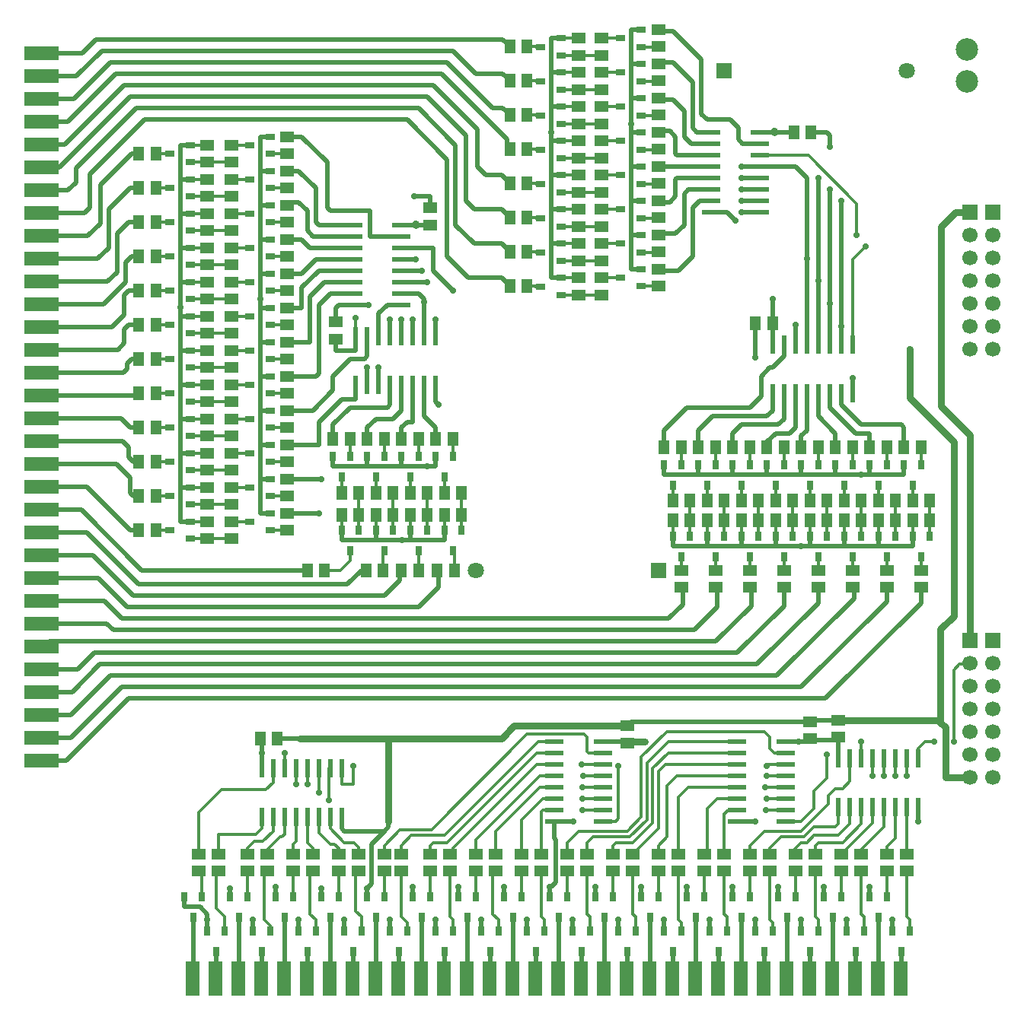
<source format=gbr>
G04 DipTrace 2.4.0.2*
%INTop.gbr*%
%MOMM*%
%ADD14C,0.5*%
%ADD15C,0.75*%
%ADD16C,0.35*%
%ADD17C,1.8*%
%ADD18R,1.8X1.8*%
%ADD19R,1.5X1.3*%
%ADD20R,1.3X1.5*%
%ADD21R,2.0X0.6*%
%ADD22R,0.6X2.0*%
%ADD24R,1.05X0.65*%
%ADD25R,0.65X1.05*%
%ADD26C,2.5*%
%ADD27R,2.0X1.5*%
%ADD28R,1.7X1.7*%
%ADD29C,1.7*%
%ADD30R,1.5X2.0*%
%ADD31C,0.7*%
%FSLAX53Y53*%
G04*
G71*
G90*
G75*
G01*
%LNTop*%
%LPD*%
X1825Y103878D2*
D14*
X5453D1*
X6999Y105424D1*
X52221D1*
X53017Y104628D1*
X1825Y30218D2*
X4161D1*
X8550Y34607D1*
X82694D1*
X91275Y43188D1*
Y44298D1*
X91120Y44453D1*
X1825Y27678D2*
X4161D1*
X9820Y33337D1*
X85393D1*
X94926Y42870D1*
Y44449D1*
X94930Y44453D1*
X38417Y72392D2*
Y74930D1*
X39370Y75883D1*
X40960D1*
X45724Y3890D2*
Y1859D1*
X45664Y1800D1*
X35564Y3890D2*
Y1859D1*
X35505Y1800D1*
X33024Y7700D2*
Y1859D1*
X32965Y1800D1*
X81284Y3890D2*
Y1859D1*
X81224Y1800D1*
X1825Y65778D2*
X11486D1*
X11750Y66043D1*
X1825Y68318D2*
X10031D1*
X10462Y68749D1*
Y69384D1*
X10939Y69861D1*
X11742D1*
X11750Y69853D1*
X1825Y70858D2*
X9396D1*
X10145Y71607D1*
Y73195D1*
X10621Y73671D1*
X11741D1*
X11750Y73663D1*
X1825Y73398D2*
X8760D1*
X10145Y74782D1*
Y77005D1*
X10621Y77482D1*
X11741D1*
X11750Y77472D1*
X1825Y75938D2*
X7808D1*
X10304Y78434D1*
Y80657D1*
X10939Y81292D1*
X11741D1*
X11750Y81282D1*
X1825Y78478D2*
X8284D1*
X9351Y79546D1*
Y83832D1*
X10621Y85102D1*
X11740D1*
X11750Y85093D1*
X1825Y81018D2*
X7172D1*
X8398Y82245D1*
Y86531D1*
X10780Y88913D1*
X11740D1*
X11750Y88902D1*
X1825Y83558D2*
X6060D1*
X7446Y84944D1*
Y89230D1*
X10939Y92723D1*
X11739D1*
X11750Y92712D1*
X1825Y86098D2*
X5742D1*
X6335Y86690D1*
Y90472D1*
X12383Y96520D1*
X41593D1*
X46026Y92086D1*
Y81292D1*
X48408Y78910D1*
X52065D1*
X53015Y77960D1*
X1825Y88638D2*
X3865D1*
X4763Y89535D1*
Y91123D1*
X11430Y97790D1*
X42863D1*
X46979Y93674D1*
Y84785D1*
X49043Y82721D1*
X52064D1*
X53017Y81768D1*
X1825Y91178D2*
X2913D1*
X10795Y99060D1*
X43815D1*
X48090Y94785D1*
Y87484D1*
X49043Y86531D1*
X52064D1*
X53017Y85578D1*
X1825Y93718D2*
X3519D1*
X10131Y100330D1*
X44450D1*
X49360Y95420D1*
Y91294D1*
X50313Y90342D1*
X52064D1*
X53017Y89388D1*
X1825Y96258D2*
X3865D1*
X9208Y101600D1*
X45403D1*
X52692Y94311D1*
Y93524D1*
X53017Y93198D1*
X1825Y98798D2*
X4500D1*
X8572Y102870D1*
X46037D1*
X51104Y97804D1*
X52222D1*
X53017Y97008D1*
X1825Y101338D2*
X4818D1*
X7620Y104140D1*
X46672D1*
X49198Y101614D1*
X52221D1*
X53017Y100818D1*
X1825Y63238D2*
X9782D1*
X10780Y62240D1*
X11743D1*
X11750Y62232D1*
X1825Y60698D2*
X9940D1*
X10621Y60017D1*
Y58906D1*
X11097Y58430D1*
X11743D1*
X11750Y58422D1*
X1825Y58158D2*
X9305D1*
X10780Y56683D1*
Y54937D1*
X11097Y54619D1*
X11743D1*
X11750Y54613D1*
X1825Y55618D2*
X5977D1*
X10792Y50803D1*
X11750D1*
X1825Y53078D2*
X5342D1*
X12065Y46355D1*
X30485D1*
X1825Y50538D2*
X5977D1*
X11748Y44768D1*
X34925D1*
X36512Y46355D1*
X36994D1*
X1825Y47998D2*
X6612D1*
X11112Y43498D1*
X39053D1*
X40799Y45244D1*
Y46196D1*
X40960Y46357D1*
X1825Y45458D2*
X7247D1*
X10477Y42227D1*
X42863D1*
X45085Y44450D1*
Y46196D1*
X44926Y46355D1*
X1825Y42918D2*
X7882D1*
X9843Y40958D1*
X70627D1*
X72223Y42553D1*
Y44300D1*
X72070Y44453D1*
X1825Y40378D2*
X8200D1*
X8890Y39688D1*
X73485D1*
X76033Y42235D1*
Y44299D1*
X75880Y44453D1*
X1825Y37838D2*
Y38417D1*
X75867D1*
X79843Y42394D1*
Y44299D1*
X79690Y44453D1*
X1825Y35298D2*
X4954D1*
X6803Y37148D1*
X78248D1*
X83495Y42394D1*
Y44448D1*
X83500Y44453D1*
X1825Y32758D2*
X4319D1*
X7439Y35877D1*
X80471D1*
X87305Y42712D1*
Y44448D1*
X87310Y44453D1*
X1825Y25138D2*
X3685D1*
X10614Y32068D1*
X88093D1*
X98737Y42712D1*
Y44449D1*
X98740Y44453D1*
X40960Y82233D2*
X44450D1*
Y79692D1*
X46672Y77470D1*
X78740Y86200D2*
X80805D1*
X84772Y71440D2*
Y73660D1*
X44768Y74295D2*
Y72392D1*
X43498D2*
Y76200D1*
Y76517D1*
X42863Y77153D1*
X40960D1*
X80805Y87470D2*
X78739D1*
X89853Y71440D2*
Y73507D1*
Y87470D1*
X39688Y72392D2*
Y74295D1*
X42545Y80962D2*
X40960D1*
X80805Y91280D2*
X78739D1*
X86043Y71440D2*
Y81087D1*
Y90011D1*
X84774Y91280D1*
X80805D1*
X42227Y72392D2*
Y74295D1*
X43815Y78422D2*
X40960D1*
X80805Y88740D2*
X78739D1*
X88582Y71440D2*
Y76033D1*
Y88740D1*
X40958Y72392D2*
Y74295D1*
X43180Y79692D2*
X40960D1*
X80805Y90010D2*
X78739D1*
X87312Y71440D2*
Y78581D1*
Y90010D1*
X58730Y105573D2*
D16*
X60635D1*
X58730Y101763D2*
X60635D1*
X58730Y97953D2*
X60635D1*
X58730Y94143D2*
X60635D1*
X58730Y90333D2*
X60635D1*
X58730Y86523D2*
X60635D1*
X58730Y82713D2*
X60635D1*
X58727Y78905D2*
X60632D1*
X17462Y93658D2*
X19367D1*
X17462Y63178D2*
X19367D1*
X71125Y50165D2*
Y51911D1*
X17462Y89848D2*
X19367D1*
X17462Y59367D2*
X19367D1*
X74935Y50165D2*
Y51911D1*
X17462Y86038D2*
X19367D1*
X17462Y55557D2*
X19367D1*
X78745Y50165D2*
Y51911D1*
X17462Y82227D2*
X19367D1*
Y82228D1*
X17462Y51747D2*
X19367D1*
X82555Y50165D2*
Y51911D1*
X17462Y78418D2*
X19367D1*
X34295Y50800D2*
Y52546D1*
X86365Y50165D2*
Y51911D1*
X17462Y74608D2*
X19367D1*
X38105Y50800D2*
Y52546D1*
X90175Y50165D2*
Y51911D1*
X17462Y70797D2*
X19367D1*
X41915Y50800D2*
Y52546D1*
X93985Y50165D2*
Y51911D1*
X17462Y66987D2*
X19367D1*
X45725Y50800D2*
Y52546D1*
X97795Y50165D2*
Y51911D1*
X17462Y51747D2*
D14*
X16351D1*
Y55558D1*
Y59367D1*
Y63178D1*
Y66987D1*
Y70797D1*
Y74608D1*
Y75614D1*
Y78418D1*
Y82228D1*
Y86038D1*
Y89789D1*
Y93663D1*
X17458D1*
X17462Y93658D1*
Y89848D2*
X16410D1*
X16351Y89789D1*
X17462Y86038D2*
X16351D1*
X17462Y82227D2*
X16351D1*
Y82228D1*
X17462Y78418D2*
X16351D1*
X17462Y74608D2*
X16351D1*
X17462Y70797D2*
X16351D1*
X17462Y66987D2*
X16351D1*
X17462Y63178D2*
X16351D1*
X17462Y59367D2*
X16351D1*
X17462Y55557D2*
X16351D1*
Y55558D1*
X45725Y50800D2*
Y49689D1*
X41915D1*
X40986D1*
X38105D1*
X34290D1*
Y50795D1*
X34295Y50800D1*
X38105D2*
Y49689D1*
X41915Y50800D2*
Y49689D1*
X97795Y50165D2*
Y49054D1*
X93985D1*
X90175D1*
X86365D1*
X85399D1*
X82555D1*
X78745D1*
X74787D1*
X71125D1*
Y50165D1*
X74935D2*
Y49201D1*
X74787Y49054D1*
X78745Y50165D2*
Y49054D1*
X82555Y50165D2*
Y49054D1*
X86365Y50165D2*
Y49054D1*
X90175Y50165D2*
Y49054D1*
X93985Y50165D2*
Y49054D1*
X58727Y78905D2*
X57626D1*
Y82713D1*
Y86523D1*
Y90333D1*
Y94143D1*
Y95091D1*
Y98156D1*
Y101763D1*
Y105569D1*
X58726D1*
X58730Y105573D1*
Y101763D2*
X57626D1*
X58730Y86523D2*
X57626D1*
X58730Y90333D2*
X57626D1*
X58730Y94143D2*
X57626D1*
X58730Y97953D2*
X57830D1*
X57626Y98156D1*
X58730Y82713D2*
X57626D1*
X80805Y92550D2*
D16*
X86203D1*
X91599Y87154D1*
Y83661D1*
X92551Y82391D2*
X91123Y80962D1*
Y71440D1*
X58424Y7700D2*
D14*
Y1859D1*
X58364Y1800D1*
X55884Y3890D2*
Y1859D1*
X55825Y1800D1*
X53344Y7700D2*
Y1859D1*
X53285Y1800D1*
X50804Y3890D2*
Y1859D1*
X50744Y1800D1*
X48264Y7700D2*
Y1859D1*
X48204Y1800D1*
X43184Y7700D2*
Y1859D1*
X43125Y1800D1*
X40644Y3890D2*
Y1859D1*
X40584Y1800D1*
X38104Y7700D2*
Y1859D1*
X38044Y1800D1*
X30484Y3890D2*
Y1859D1*
X30424Y1800D1*
X27944Y7700D2*
Y1859D1*
X27885Y1800D1*
X25404Y3890D2*
Y1859D1*
X25345Y1800D1*
X22864Y7700D2*
Y1859D1*
X22805Y1800D1*
X20324Y3890D2*
Y1859D1*
X20265Y1800D1*
X17784Y7700D2*
Y1859D1*
X17724Y1800D1*
X60964Y3890D2*
Y1859D1*
X60905Y1800D1*
X63504Y7700D2*
Y1859D1*
X63445Y1800D1*
X66044Y3890D2*
Y1859D1*
X65984Y1800D1*
X68584Y7700D2*
Y1859D1*
X68525Y1800D1*
X71124Y3890D2*
Y1859D1*
X71064Y1800D1*
X73664Y7700D2*
Y1859D1*
X73605Y1800D1*
X76204Y3890D2*
Y1859D1*
X76145Y1800D1*
X78744Y7700D2*
Y1859D1*
X78684Y1800D1*
X83824Y7700D2*
Y1859D1*
X83764Y1800D1*
X86364Y3890D2*
Y1859D1*
X86305Y1800D1*
X88904Y7700D2*
Y1859D1*
X88844Y1800D1*
X91444Y3890D2*
Y1859D1*
X91385Y1800D1*
X93984Y7700D2*
Y1859D1*
X93925Y1800D1*
X96524Y3890D2*
Y1859D1*
X96465Y1800D1*
X98425Y25403D2*
D16*
Y26511D1*
X99219Y27305D1*
X100171D1*
X102394D2*
Y35242D1*
X103029Y35877D1*
X103981D1*
X104140Y36036D1*
X92075Y25403D2*
Y27305D1*
X88265Y25876D2*
Y23178D1*
X86836Y21749D1*
Y19844D1*
X85407Y18415D1*
X83664D1*
Y24765D2*
X81756D1*
X81597Y24606D1*
X65087D2*
Y18732D1*
X64770Y18415D1*
X63344D1*
Y24765D2*
X60960D1*
X35560Y24606D2*
Y22543D1*
X34291D1*
Y24290D1*
X97155Y25403D2*
Y23495D1*
X32861Y20796D2*
Y24290D1*
X33021D1*
X63344Y19685D2*
X61120D1*
X83664D2*
X81472D1*
X29211Y24290D2*
Y22543D1*
X93345Y23495D2*
Y25403D1*
X63344Y23495D2*
X61124D1*
X83664D2*
X81600D1*
X95885Y25403D2*
Y23495D1*
X31751Y21590D2*
Y24290D1*
X63344Y20955D2*
X61087D1*
X83664D2*
X81600D1*
X94615Y25403D2*
Y23495D1*
X30480Y22543D2*
Y24290D1*
X30481D1*
X63344Y22225D2*
X61120D1*
X83664D2*
X81440D1*
X27941Y26035D2*
Y24290D1*
X54917Y104628D2*
X55870D1*
X55875Y104623D1*
X56430D1*
X54917Y100818D2*
X55870D1*
X55875Y100813D1*
X56430D1*
X54917Y97008D2*
X55870D1*
X55875Y97003D1*
X56430D1*
X54917Y93198D2*
X55870D1*
X55875Y93193D1*
X56430D1*
X54917Y89388D2*
X55870D1*
X55875Y89383D1*
X56430D1*
X54917Y85578D2*
X55870D1*
X55875Y85573D1*
X56430D1*
X54917Y81768D2*
X55870D1*
X55875Y81763D1*
X56430D1*
X54915Y77960D2*
X55867D1*
X55872Y77955D1*
X56427D1*
X13650Y92712D2*
X14602D1*
X14607Y92707D1*
X15162D1*
X13650Y88902D2*
X14602D1*
X14607Y88897D1*
X15162D1*
X13650Y85093D2*
X14602D1*
X14607Y85087D1*
X15162D1*
X13650Y81282D2*
X14602D1*
X14607Y81278D1*
X15162D1*
X13650Y77472D2*
X14602D1*
X14607Y77468D1*
X15162D1*
X13650Y73663D2*
X14602D1*
X14607Y73657D1*
X15162D1*
X13650Y69853D2*
X14602D1*
X14607Y69847D1*
X15162D1*
X13650Y66043D2*
X14602D1*
X14607Y66038D1*
X15162D1*
X13650Y62232D2*
X14602D1*
X14607Y62227D1*
X15162D1*
X13650Y58422D2*
X14602D1*
X14607Y58417D1*
X15162D1*
X13650Y54613D2*
X14602D1*
X14607Y54607D1*
X15162D1*
X13650Y50803D2*
X14602D1*
X14607Y50797D1*
X15162D1*
X32385Y46355D2*
X34131D1*
X35245Y47469D1*
Y48500D1*
X38894Y46355D2*
Y48101D1*
X39055Y48262D1*
Y48500D1*
X42860Y46357D2*
Y48258D1*
X42865Y48262D1*
Y48500D1*
X46826Y46355D2*
Y48111D1*
X46675Y48262D1*
Y48500D1*
X72070Y46352D2*
Y47305D1*
X72075Y47310D1*
Y47865D1*
X75880Y46352D2*
Y47305D1*
X75885Y47310D1*
Y47865D1*
X79690Y46352D2*
Y47305D1*
X79695Y47310D1*
Y47865D1*
X83500Y46353D2*
Y47305D1*
X83505Y47310D1*
Y47865D1*
X87310Y46352D2*
Y47305D1*
X87315Y47310D1*
Y47865D1*
X91120Y46352D2*
Y47305D1*
X91125Y47310D1*
Y47865D1*
X94930Y46352D2*
Y47305D1*
X94935Y47310D1*
Y47865D1*
X98740Y46352D2*
Y47305D1*
X98745Y47310D1*
Y47865D1*
X58730Y103673D2*
X60635D1*
X63175D1*
X58730Y99863D2*
X60635D1*
X63175D1*
X58730Y96053D2*
X60635D1*
X63175D1*
X58730Y92243D2*
X60635D1*
X63175D1*
X58730Y88433D2*
X60635D1*
X63175D1*
X58730Y84623D2*
X60635D1*
X63175D1*
X58730Y80813D2*
X60635D1*
X63175D1*
X58727Y77005D2*
X60632D1*
X63172D1*
X17463Y91757D2*
X19367D1*
X22066D1*
X17463Y87947D2*
X19367D1*
X22066D1*
X17463Y84138D2*
X19367D1*
X22066D1*
X17463Y80328D2*
X19367D1*
X22066D1*
X17463Y76517D2*
X19367D1*
X22066D1*
X17463Y72707D2*
X19367D1*
X22066D1*
X17463Y68897D2*
X19367D1*
X22066D1*
X17463Y65087D2*
X19367D1*
X22066D1*
X17463Y61278D2*
X19367D1*
X22066D1*
X17463Y57468D2*
X19367D1*
X22066D1*
X17463Y53657D2*
X19367D1*
X22066D1*
X17463Y49847D2*
X19367D1*
X22066D1*
X36195Y50800D2*
Y52546D1*
Y54928D1*
X40005Y50800D2*
Y52546D1*
Y54928D1*
X43815Y50800D2*
Y52546D1*
Y54928D1*
X47625Y50800D2*
Y52546D1*
Y54928D1*
X73025Y50165D2*
Y51911D1*
Y54134D1*
X76835Y50165D2*
Y51911D1*
Y54134D1*
X80645Y50165D2*
Y51911D1*
Y54134D1*
X84455Y50165D2*
Y51911D1*
Y54134D1*
X88265Y50165D2*
Y51911D1*
Y54134D1*
X92075Y50165D2*
Y51911D1*
Y54134D1*
X95885Y50165D2*
Y51911D1*
Y54134D1*
X99695Y50165D2*
Y51911D1*
Y54134D1*
X67620Y104625D2*
X69525D1*
X69527Y104628D1*
X67620Y100815D2*
X69525D1*
X69527Y100818D1*
X67620Y97005D2*
X69525D1*
X69527Y97008D1*
X67620Y93195D2*
X69525D1*
X69527Y93198D1*
X67620Y89385D2*
X69525D1*
X69527Y89388D1*
X67620Y85575D2*
X69525D1*
X69527Y85578D1*
X67620Y81765D2*
X69525D1*
X69527Y81768D1*
X67617Y77958D2*
X69522D1*
X69525Y77960D1*
X26353Y92710D2*
X28258D1*
X28260Y92712D1*
X26353Y88900D2*
X28258D1*
X28260Y88902D1*
X26353Y85090D2*
X28258D1*
X28260Y85093D1*
X26353Y81280D2*
X28258D1*
X28260Y81282D1*
X26353Y77470D2*
X28258D1*
X28260Y77472D1*
X26353Y73660D2*
X28257D1*
X28260Y73663D1*
X26353Y69850D2*
X28258D1*
X28260Y69853D1*
X26353Y66040D2*
X28258D1*
X28260Y66043D1*
X26353Y62230D2*
X28258D1*
X28260Y62232D1*
X26353Y58420D2*
X28258D1*
X28260Y58422D1*
X26353Y54610D2*
X28258D1*
X28260Y54613D1*
X26353Y50800D2*
X28258D1*
X28260Y50803D1*
X35242Y59055D2*
Y60960D1*
X35240Y60962D1*
X39053Y59055D2*
Y60960D1*
X39050Y60962D1*
X42863Y59055D2*
Y60960D1*
X42860Y60962D1*
X46672Y59055D2*
Y60960D1*
X46670Y60962D1*
X72073Y58102D2*
Y60008D1*
X72070Y60010D1*
X75883Y58102D2*
Y60008D1*
X75880Y60010D1*
X79692Y58102D2*
Y60008D1*
X79690Y60010D1*
X83502Y58102D2*
Y60008D1*
X83500Y60010D1*
X87312Y58102D2*
Y60008D1*
X87310Y60010D1*
X91123Y58102D2*
Y60008D1*
X91120Y60010D1*
X94933Y58102D2*
Y60008D1*
X94930Y60010D1*
X98743Y58102D2*
Y60008D1*
X98740Y60010D1*
X80805Y93820D2*
D14*
X78900D1*
X78422Y94297D1*
Y95567D1*
X77470Y96520D1*
X74930D1*
X74295Y97155D1*
Y103188D1*
X71120Y106362D1*
X69693D1*
X69527Y106528D1*
X40960Y83502D2*
X37465D1*
Y86360D1*
X33020D1*
X32703Y86678D1*
Y91757D1*
X29845Y94615D1*
X28262D1*
X28260Y94612D1*
Y64133D2*
X31113D1*
X33337Y66358D1*
Y67945D1*
X35242Y69850D1*
X36830D1*
X37148Y70168D1*
Y72392D1*
X83502Y71440D2*
Y70168D1*
X82233Y68897D1*
X81915D1*
X80962Y67945D1*
Y65722D1*
X79692Y64453D1*
X72707D1*
X70168Y61913D1*
Y60012D1*
X70170Y60010D1*
X75405Y95090D2*
X73820D1*
X73343Y95567D1*
Y100647D1*
X71120Y102870D1*
X69680D1*
X69527Y102718D1*
X35560Y84772D2*
X31750D1*
X31433Y85090D1*
Y88900D1*
X29528Y90805D1*
X28262D1*
X28260Y90803D1*
Y60322D2*
X31750D1*
Y62865D1*
X34290Y65405D1*
X35877D1*
Y66992D1*
X82233Y66040D2*
Y64135D1*
X81597Y63500D1*
X75565D1*
X73978Y61913D1*
Y60012D1*
X73980Y60010D1*
X65320Y105575D2*
D16*
X63175D1*
Y105573D1*
X65320Y101765D2*
X63175D1*
Y101763D1*
X65320Y97955D2*
X63175D1*
Y97953D1*
X65320Y94145D2*
X63175D1*
Y94143D1*
X65320Y90335D2*
X63175D1*
Y90333D1*
X65320Y86525D2*
X63175D1*
Y86523D1*
X65320Y82715D2*
X63175D1*
Y82713D1*
X65317Y78908D2*
X63172D1*
Y78905D1*
X24052Y93660D2*
X22066D1*
Y93657D1*
X24052Y89850D2*
X22066D1*
Y89848D1*
X24052Y86040D2*
X22066D1*
Y86038D1*
X24052Y82230D2*
X22066D1*
Y82228D1*
X24052Y78420D2*
X22066D1*
Y78418D1*
X24052Y74610D2*
X22066D1*
Y74608D1*
X24052Y70800D2*
X22066D1*
Y70797D1*
X24052Y66990D2*
X22066D1*
Y66987D1*
X24052Y63180D2*
X22066D1*
Y63178D1*
X24052Y59370D2*
X22066D1*
Y59367D1*
X24052Y55560D2*
X22066D1*
Y55558D1*
X24052Y51750D2*
X22066D1*
Y51748D1*
X34292Y56755D2*
Y54928D1*
X34295D1*
X38102Y56755D2*
Y54928D1*
X38105D1*
X41913Y56755D2*
Y54928D1*
X41915D1*
X45722Y56755D2*
Y54928D1*
X45725D1*
X71123Y55803D2*
D3*
X71125Y55800D2*
Y54134D1*
X74933Y55803D2*
Y55565D1*
X74935Y55562D1*
Y54134D1*
X78742Y55803D2*
Y55565D1*
X78745Y55562D1*
Y54134D1*
X82552Y55803D2*
Y55565D1*
X82555Y55562D1*
Y54134D1*
X86362Y55803D2*
Y55565D1*
X86365Y55562D1*
Y54134D1*
X90172Y55803D2*
Y55565D1*
X90175Y55562D1*
Y54134D1*
X93983Y55803D2*
Y55565D1*
X93985Y55562D1*
Y54134D1*
X97793Y55803D2*
Y55565D1*
X97795Y55562D1*
Y54134D1*
X75405Y93820D2*
D14*
X73185D1*
X72390Y94615D1*
Y97473D1*
X71120Y98743D1*
X69693D1*
X69527Y98908D1*
X35560Y83502D2*
X31115D1*
X30480Y84138D1*
Y86360D1*
X29528Y87312D1*
X28580D1*
X28260Y86993D1*
Y56512D2*
X32065D1*
X37148Y68897D2*
Y66992D1*
X83502Y66040D2*
Y63183D1*
X82867Y62547D1*
X78740D1*
X77788Y61595D1*
Y60012D1*
X77790Y60010D1*
X75405Y92550D2*
X71597D1*
X71438Y92710D1*
Y94615D1*
X70802Y95250D1*
X69680D1*
X69527Y95098D1*
X35560Y82233D2*
X30797D1*
X29845Y83185D1*
X28262D1*
X28260Y83183D1*
Y52703D2*
X31748D1*
X38417Y68897D2*
Y66992D1*
X84772Y66040D2*
Y62230D1*
X84138Y61595D1*
X82550D1*
X81600Y60645D1*
Y60010D1*
X75405Y87470D2*
X74135D1*
X73343Y86678D1*
Y81280D1*
X71755Y79692D1*
X69693D1*
X69525Y79860D1*
X28260Y67942D2*
X31430D1*
X31750Y68263D1*
Y75883D1*
X33020Y77153D1*
X35560D1*
X43498Y66992D2*
Y63500D1*
X44768Y62230D1*
Y60965D1*
X44770Y60962D1*
X89853Y66040D2*
Y64770D1*
X92075Y62547D1*
X96520D1*
X96837Y62230D1*
Y60012D1*
X96840Y60010D1*
X75405Y88740D2*
X72865D1*
X72390Y88265D1*
Y84772D1*
X71438Y83820D1*
X69680D1*
X69527Y83668D1*
X28260Y71752D2*
X30797D1*
Y76835D1*
X32385Y78422D1*
X35560D1*
X42227Y66992D2*
Y62865D1*
X41593D1*
X40958Y62230D1*
Y60965D1*
X40960Y60962D1*
X88582Y66040D2*
Y64453D1*
X91440Y61595D1*
X93027D1*
Y60012D1*
X93030Y60010D1*
X75405Y90010D2*
X71595D1*
X71438Y89853D1*
Y87947D1*
X70802Y87312D1*
X69693D1*
X69527Y87478D1*
X28260Y75563D2*
X29845D1*
Y77788D1*
X31750Y79692D1*
X35560D1*
X40958Y66992D2*
Y64135D1*
X40005Y63183D1*
X38100D1*
X37148Y62230D1*
Y60965D1*
X37150Y60962D1*
X87312Y66040D2*
Y63500D1*
X89218Y61595D1*
Y60012D1*
X89220Y60010D1*
X75405Y91280D2*
X69535D1*
X69527Y91288D1*
X28260Y79373D2*
X29843D1*
X31433Y80962D1*
X35560D1*
X39688Y66992D2*
Y64770D1*
X39370Y64453D1*
X35242D1*
X33337Y62547D1*
Y60965D1*
X33340Y60962D1*
X86043Y66040D2*
Y61913D1*
X85407Y61278D1*
Y60012D1*
X85410Y60010D1*
X26671Y24290D2*
D16*
Y22703D1*
X25876Y21907D1*
X20955D1*
X18416Y19369D1*
Y14763D1*
X63344Y26035D2*
X61754D1*
X61596Y26192D1*
Y27780D1*
X61279Y28097D1*
X54929D1*
X44294Y17463D1*
X40801D1*
X39054Y15715D1*
Y14763D1*
X59374D2*
Y16035D1*
X60641Y17302D1*
X66041D1*
X67629Y18890D1*
Y25558D1*
X70486Y28415D1*
X81281D1*
X81916Y27780D1*
Y26510D1*
X82391Y26035D1*
X83664D1*
X90805Y25403D2*
Y22860D1*
X90011Y22066D1*
X89218D1*
X88424Y21273D1*
Y20318D1*
X85409Y17302D1*
X81281D1*
X79694Y15715D1*
Y14763D1*
X36514Y6190D2*
Y7778D1*
X35879Y8412D1*
Y12862D1*
X36196D1*
X33974Y10000D2*
Y12862D1*
X31434Y6190D2*
Y7460D1*
X30799Y8095D1*
Y12862D1*
X31116D1*
X28894Y10000D2*
Y12862D1*
X26354Y6190D2*
Y6825D1*
X25719Y7460D1*
Y12862D1*
X26036D1*
X23814Y10000D2*
Y12862D1*
X21274Y6190D2*
Y7778D1*
X20321Y8730D1*
Y12862D1*
X20639D1*
X18734Y10000D2*
Y12862D1*
X18416D1*
X56834Y6190D2*
Y7460D1*
X56516Y7778D1*
Y12862D1*
X54294Y10000D2*
Y12862D1*
X51754Y6190D2*
Y7460D1*
X51119Y8095D1*
Y12862D1*
X51436D1*
X49214Y10000D2*
Y12862D1*
X46674Y6190D2*
Y7460D1*
X46356Y7778D1*
Y12862D1*
X44134Y10000D2*
Y12862D1*
X41594Y6190D2*
Y7143D1*
X40959Y7778D1*
Y12862D1*
X39054Y10000D2*
Y12862D1*
X77154Y6190D2*
Y7778D1*
X76836Y8095D1*
Y12862D1*
X74614Y10000D2*
Y12862D1*
X72074Y6190D2*
Y7143D1*
X71756Y7460D1*
Y12862D1*
X69534Y10000D2*
Y12862D1*
X66994Y6190D2*
Y7778D1*
X66676Y8095D1*
Y12862D1*
X64454Y10000D2*
Y12862D1*
X61914Y6190D2*
Y7778D1*
X61596Y8095D1*
Y12862D1*
X59374Y10000D2*
Y12862D1*
X97474Y6190D2*
Y7460D1*
X97156Y7778D1*
Y12862D1*
X94934Y10000D2*
Y12862D1*
X92394Y6190D2*
Y7778D1*
X92076Y8095D1*
Y12862D1*
X89854Y10000D2*
Y12862D1*
X87314Y6190D2*
Y7460D1*
X86996Y7778D1*
Y12862D1*
X84774Y10000D2*
Y12862D1*
X82234Y6190D2*
Y7143D1*
X81916Y7460D1*
Y12862D1*
X79694Y10000D2*
Y12862D1*
X25401Y18890D2*
Y17623D1*
X24765Y16986D1*
X20639D1*
Y14763D1*
X57944Y27305D2*
X56197D1*
X45720Y16828D1*
X42071D1*
X40959Y15715D1*
Y14763D1*
X78264Y27305D2*
X70646D1*
X68264Y24922D1*
Y18573D1*
X66359Y16668D1*
X62231D1*
X61596Y16032D1*
Y14763D1*
X89535Y20003D2*
Y18098D1*
X89218Y17780D1*
X86839D1*
X85726Y16668D1*
X83186D1*
X81916Y15398D1*
Y14763D1*
X26671Y18890D2*
Y17305D1*
X25559Y16192D1*
X24606D1*
X23814Y15400D1*
Y14763D1*
X57944Y26035D2*
X56039D1*
X46038Y16034D1*
X44450D1*
X44134Y15718D1*
Y14763D1*
X78264Y26035D2*
X70646D1*
X68899Y24287D1*
Y18255D1*
X66676Y16032D1*
X64771D1*
X64454Y15715D1*
Y14763D1*
X90805Y20003D2*
Y18098D1*
X89535Y16828D1*
X86839D1*
X86044Y16032D1*
X85409D1*
X84456Y15080D1*
X84774Y14763D1*
X27941Y18890D2*
Y16988D1*
X27623Y16669D1*
X27464D1*
X26036Y15241D1*
Y14763D1*
X57944Y24765D2*
X56039D1*
X46674Y15400D1*
Y15080D1*
X46356Y14763D1*
X78264Y24765D2*
X70329D1*
X69534Y23970D1*
Y17620D1*
X66676Y14763D1*
X92075Y20003D2*
Y18098D1*
X90011Y16034D1*
X87315D1*
X86996Y15715D1*
Y14763D1*
X33021Y18890D2*
Y17620D1*
X34607Y16034D1*
X35719D1*
X36196Y15556D1*
Y14763D1*
X57944Y19685D2*
X56676D1*
X56516Y19525D1*
Y14763D1*
X78264Y19685D2*
X77314D1*
X76836Y19207D1*
Y14763D1*
X97155Y20003D2*
Y18891D1*
X97156Y18890D1*
Y14763D1*
X31751Y18890D2*
Y17144D1*
X33020Y15875D1*
X33496D1*
X33974Y15398D1*
Y14763D1*
X57944Y20955D2*
X56674D1*
X54294Y18575D1*
Y14763D1*
X78264Y20955D2*
X76044D1*
X74931Y19843D1*
Y15080D1*
X74614Y14763D1*
X95885Y20003D2*
Y16510D1*
X94934Y15559D1*
Y14763D1*
X30481Y18890D2*
Y16032D1*
X31116Y15398D1*
Y14763D1*
X57944Y22225D2*
X56356D1*
X51436Y17305D1*
Y14763D1*
X78264Y22225D2*
X72869D1*
X71756Y21113D1*
Y14763D1*
X94615Y20003D2*
Y17780D1*
X92076Y15241D1*
Y14763D1*
X29211Y18890D2*
Y16194D1*
X28894Y15876D1*
Y14763D1*
X57944Y23495D2*
X56356D1*
X49214Y16352D1*
Y14763D1*
X78264Y23495D2*
X71599D1*
X70486Y22383D1*
Y16668D1*
X69534Y15715D1*
Y14763D1*
X93345Y20003D2*
Y18254D1*
X89854Y14763D1*
X82233Y71440D2*
D14*
Y73814D1*
X82228Y73819D1*
X40960Y84772D2*
X42545D1*
Y84778D1*
X44133D1*
X80805Y95090D2*
X82391D1*
X84612D1*
X84616Y95094D1*
X35877Y72392D2*
Y70802D1*
X33655D1*
Y72078D1*
X89538Y27784D2*
Y27276D1*
X89535Y27273D1*
Y25403D1*
X83664Y27305D2*
X85167D1*
X86043D1*
X86360Y27623D1*
X63344Y27305D2*
X65881D1*
X66040Y27146D1*
X25401Y24290D2*
Y26035D1*
Y27468D1*
X25246Y27623D1*
X86360D2*
Y27464D1*
X89535D1*
Y27273D1*
X68064Y27305D2*
D15*
X66199D1*
X66040Y27146D1*
X82391Y95250D2*
Y95090D1*
X42545Y84931D2*
Y84778D1*
X35877Y74454D2*
D16*
Y72392D1*
X82228Y73819D2*
D14*
Y76517D1*
X104140Y38576D2*
D15*
Y61436D1*
X100965Y64611D1*
Y84614D1*
X102553Y86201D1*
X104140D1*
X35560Y75883D2*
D14*
X33973D1*
X33655Y75565D1*
Y73978D1*
X96842Y58102D2*
Y56991D1*
X93032D1*
X92075D1*
X89223D1*
X85413D1*
X81603D1*
X77793D1*
X73983D1*
X70168D1*
Y58097D1*
X70172Y58102D1*
X73983D2*
Y56991D1*
X77793Y58102D2*
Y56991D1*
X81603Y58102D2*
Y56991D1*
X85412Y58102D2*
X85413Y56991D1*
X89222Y58102D2*
X89223Y56991D1*
X93032Y58102D2*
Y56991D1*
X44773Y59055D2*
Y57944D1*
X43841D1*
X40962D1*
X37153D1*
X33337D1*
Y59050D1*
X33343Y59055D1*
X37153D2*
Y57944D1*
X40963Y59055D2*
X40962Y57944D1*
X26353Y52700D2*
X25241D1*
Y56510D1*
Y60320D1*
Y64130D1*
Y67940D1*
Y71750D1*
Y75644D1*
Y76517D1*
Y79370D1*
Y83180D1*
Y86990D1*
Y90800D1*
Y94615D1*
X26348D1*
X26353Y94610D1*
Y90800D2*
X25241D1*
X26353Y86990D2*
X25241D1*
X26353Y83180D2*
X25241D1*
X26353Y79370D2*
X25241D1*
X26353Y75560D2*
X25325D1*
X25241Y75644D1*
X26353Y71750D2*
X25241D1*
X26353Y67940D2*
X25241D1*
X26353Y64130D2*
X25241D1*
X26353Y60320D2*
X25241D1*
X26353Y56510D2*
X25241D1*
X67617Y79858D2*
X66516D1*
Y83665D1*
Y87475D1*
Y91285D1*
Y96044D1*
Y95095D1*
Y98905D1*
Y102715D1*
Y106521D1*
X67616D1*
X67620Y106525D1*
Y102715D2*
X66516D1*
X67620Y98905D2*
X66516D1*
X67620Y95095D2*
X66516D1*
X67620Y91285D2*
X66516D1*
X67620Y87475D2*
X66516D1*
X67620Y83665D2*
X66516D1*
X35560Y75883D2*
X37306D1*
X44768Y66992D2*
Y65087D1*
X45085Y64770D1*
X91123Y66040D2*
Y67786D1*
X80328Y73819D2*
Y70009D1*
X16834Y10000D2*
Y8890D1*
X18574D1*
X19367Y8096D1*
Y7461D1*
Y6196D1*
X19374Y6190D1*
X95574D2*
Y7461D1*
X24454Y6190D2*
X24448Y7461D1*
X29534Y6190D2*
X29514Y7461D1*
X34614Y6190D2*
Y7461D1*
X39694Y6190D2*
Y7461D1*
X44774Y6190D2*
Y7461D1*
X49854Y6190D2*
Y7461D1*
X54934Y6190D2*
Y7461D1*
X60014Y6190D2*
Y7461D1*
X65094Y6190D2*
Y7461D1*
X70174Y6190D2*
Y7461D1*
X75254Y6190D2*
Y7461D1*
X80334Y6190D2*
Y7461D1*
X85414Y6190D2*
Y7461D1*
X90494Y6190D2*
Y7461D1*
X93034Y10000D2*
Y11112D1*
X87954Y10000D2*
X87947Y11106D1*
X82874Y10000D2*
X82867Y11106D1*
X77794Y10000D2*
X77787Y11106D1*
X72714Y10000D2*
X72707Y11106D1*
X67634Y10000D2*
X67627Y11106D1*
X62554Y10000D2*
X62547Y11106D1*
X57474Y10000D2*
Y11106D1*
X52394Y10000D2*
X52387Y11106D1*
X47314Y10000D2*
X47307Y11106D1*
X42234Y10000D2*
X42227Y11106D1*
X37154Y10000D2*
X37147Y10947D1*
X32074Y10000D2*
X32067Y10947D1*
X26994Y10000D2*
Y11106D1*
X21914Y10000D2*
X21907Y10947D1*
X78264Y18415D2*
X80328D1*
X39529D2*
Y17780D1*
X39053Y17304D1*
X34608D1*
X34291Y17620D1*
Y18890D1*
X37147Y10947D2*
X37624Y11424D1*
Y15875D1*
X39053Y17304D1*
X57474Y11106D2*
X57620D1*
X58102Y11589D1*
Y16351D1*
X57944Y16510D1*
Y18415D1*
X60089D1*
X98425Y20003D2*
Y18415D1*
X89538Y29684D2*
X86521D1*
X86360Y29522D1*
X66516D1*
X66040Y29046D1*
X39529Y18415D2*
D15*
Y27622D1*
X52070D1*
X53494Y29046D1*
X66040D1*
X39529Y27622D2*
X29686D1*
Y27623D1*
D14*
X27146D1*
X104140Y23336D2*
D15*
X101441D1*
Y28893D1*
X100895Y29439D1*
X100650Y29684D1*
X89538D1*
X44133Y86678D2*
D14*
Y87947D1*
X42386D1*
X75405Y86200D2*
X77154D1*
X78105Y85249D1*
X88582Y93504D2*
Y94774D1*
X88263Y95094D1*
X86516D1*
X100895Y29439D2*
D15*
Y39776D1*
X102394Y41275D1*
Y60643D1*
X97473Y65564D1*
Y70961D1*
D31*
X46672Y77470D3*
X78740Y86200D3*
X84772Y73660D3*
X44768Y74295D3*
X78739Y87470D3*
X43498Y76200D3*
X89853Y87470D3*
X78739D3*
X89853Y73507D3*
X39688Y74295D3*
X42545Y80962D3*
X78739Y91280D3*
X86043Y81087D3*
X42227Y74295D3*
X43815Y78422D3*
X78739Y88740D3*
X88582D3*
X78739D3*
X88582Y76033D3*
X40958Y74295D3*
X43180Y79692D3*
X78739Y90010D3*
X87312D3*
X78739D3*
X87312Y78581D3*
X85399Y49054D3*
X40986Y49689D3*
X16351Y75614D3*
D3*
X57626Y95091D3*
D3*
X91599Y83661D3*
X92551Y82391D3*
X100171Y27305D3*
X102394D3*
X92075D3*
X88265Y25876D3*
X81597Y24606D3*
X65087D3*
X60960Y24765D3*
X35560Y24606D3*
X97155Y23495D3*
X32861Y20796D3*
X61120Y19685D3*
X81472D3*
X97155Y23495D3*
X29211Y22543D3*
X93345Y23495D3*
X61124D3*
X81600D3*
X95885D3*
X31751Y21590D3*
X61087Y20955D3*
X81600D3*
X95885Y23495D3*
X94615D3*
X30480Y22543D3*
X61120Y22225D3*
X81440D3*
X94615Y23495D3*
X27941Y26035D3*
X32065Y56512D3*
X37148Y68897D3*
X31748Y52703D3*
X38417Y68897D3*
X85167Y27305D3*
X25401Y26035D3*
X68064Y27305D3*
X85167D3*
X82391Y95250D3*
X42545Y84931D3*
X35877Y74454D3*
X82228Y76517D3*
X37306Y75883D3*
X25241Y76517D3*
X45085Y64770D3*
X43841Y57944D3*
X91123Y67786D3*
X92075Y56991D3*
X80328Y70009D3*
X91123Y67786D3*
X92075Y56991D3*
X43841Y57944D3*
X95574Y7461D3*
X19367D3*
X24448D3*
X29514D3*
X34614D3*
X39694D3*
X44774D3*
X49854D3*
X54934D3*
X60014D3*
X65094D3*
X70174D3*
X75254D3*
X80334D3*
X85414D3*
X90494D3*
X93034Y11112D3*
X87947Y11106D3*
X82867D3*
X77787D3*
X72707D3*
X67627D3*
X62547D3*
X57474D3*
X52387D3*
X47307D3*
X42227D3*
X37147Y10947D3*
X32067D3*
X26994Y11106D3*
X21907Y10947D3*
X80328Y18415D3*
X39529D3*
X60089D3*
X98425D3*
X80328D3*
X98425D3*
X39529D3*
X45085Y64770D3*
X66516Y96044D3*
X37306Y75883D3*
X91123Y67786D3*
X42386Y87947D3*
X78105Y85249D3*
X88582Y93504D3*
X97473Y70961D3*
D17*
X49213Y46355D3*
D18*
X69532D3*
D17*
X97155Y101918D3*
D18*
X76835D3*
D19*
X33655Y72078D3*
Y73978D3*
D20*
X82228Y73819D3*
X80328D3*
X84616Y95094D3*
X86516D3*
D19*
X44133Y84778D3*
Y86678D3*
X86360Y29522D3*
Y27622D3*
D20*
X27146Y27623D3*
X25246D3*
D19*
X89538Y29684D3*
Y27784D3*
X66040Y29046D3*
Y27146D3*
D21*
X75405Y95090D3*
Y93820D3*
Y92550D3*
Y91280D3*
Y90010D3*
Y88740D3*
Y87470D3*
Y86200D3*
X80805D3*
Y87470D3*
Y88740D3*
Y90010D3*
Y91280D3*
Y92550D3*
Y93820D3*
Y95090D3*
X35560Y84773D3*
Y83503D3*
Y82233D3*
Y80963D3*
Y79693D3*
Y78422D3*
Y77153D3*
Y75883D3*
X40960D3*
Y77153D3*
Y78422D3*
Y79693D3*
Y80963D3*
Y82233D3*
Y83503D3*
Y84773D3*
D22*
X35877Y66992D3*
X37148D3*
X38417D3*
X39688D3*
X40958D3*
X42227D3*
X43498D3*
X44768D3*
Y72392D3*
X43498D3*
X42227D3*
X40958D3*
X39688D3*
X38417D3*
X37148D3*
X35877D3*
X82233Y66040D3*
X83503D3*
X84773D3*
X86043D3*
X87312D3*
X88583D3*
X89853D3*
X91123D3*
Y71440D3*
X89853D3*
X88583D3*
X87312D3*
X86043D3*
X84773D3*
X83503D3*
X82233D3*
X25401Y18890D3*
X26671D3*
X27941D3*
X29211D3*
X30481D3*
X31751D3*
X33021D3*
X34291D3*
Y24290D3*
X33021D3*
X31751D3*
X30481D3*
X29211D3*
X27941D3*
X26671D3*
X25401D3*
D21*
X57944Y27305D3*
Y26035D3*
Y24765D3*
Y23495D3*
Y22225D3*
Y20955D3*
Y19685D3*
Y18415D3*
X63344D3*
Y19685D3*
Y20955D3*
Y22225D3*
Y23495D3*
Y24765D3*
Y26035D3*
Y27305D3*
X78264D3*
Y26035D3*
Y24765D3*
Y23495D3*
Y22225D3*
Y20955D3*
Y19685D3*
Y18415D3*
X83664D3*
Y19685D3*
Y20955D3*
Y22225D3*
Y23495D3*
Y24765D3*
Y26035D3*
Y27305D3*
D22*
X89535Y20003D3*
X90805D3*
X92075D3*
X93345D3*
X94615D3*
X95885D3*
X97155D3*
X98425D3*
Y25403D3*
X97155D3*
X95885D3*
X94615D3*
X93345D3*
X92075D3*
X90805D3*
X89535D3*
D20*
X54917Y104628D3*
X53017D3*
X54917Y100818D3*
X53017D3*
X54917Y97008D3*
X53017D3*
X54917Y93198D3*
X53017D3*
X54917Y89388D3*
X53017D3*
X54917Y85578D3*
X53017D3*
X54917Y81768D3*
X53017D3*
X54915Y77960D3*
X53015D3*
X13650Y92712D3*
X11750D3*
X13650Y88902D3*
X11750D3*
X13650Y85093D3*
X11750D3*
X13650Y81282D3*
X11750D3*
X13650Y77472D3*
X11750D3*
X13650Y73663D3*
X11750D3*
X13650Y69853D3*
X11750D3*
X13650Y66043D3*
X11750D3*
X13650Y62232D3*
X11750D3*
X13650Y58422D3*
X11750D3*
X13650Y54613D3*
X11750D3*
X13650Y50803D3*
X11750D3*
X32385Y46355D3*
X30485D3*
X38894D3*
X36994D3*
X42860Y46357D3*
X40960D3*
X46826Y46355D3*
X44926D3*
D19*
X72070Y46352D3*
Y44453D3*
X75880Y46352D3*
Y44453D3*
X79690Y46352D3*
Y44453D3*
X83500Y46353D3*
Y44453D3*
X87310Y46352D3*
Y44453D3*
X91120Y46352D3*
Y44453D3*
X94930Y46352D3*
Y44453D3*
X98740Y46352D3*
Y44453D3*
X60635Y103673D3*
Y105573D3*
Y99863D3*
Y101763D3*
Y96053D3*
Y97953D3*
Y92243D3*
Y94143D3*
Y88433D3*
Y90333D3*
Y84623D3*
Y86523D3*
Y80813D3*
Y82713D3*
X60632Y77005D3*
Y78905D3*
X19367Y91757D3*
Y93658D3*
Y87947D3*
Y89848D3*
Y84138D3*
Y86038D3*
Y80328D3*
Y82228D3*
Y76517D3*
Y78418D3*
Y72707D3*
Y74608D3*
Y68897D3*
Y70797D3*
Y65088D3*
Y66987D3*
Y61278D3*
Y63178D3*
Y57468D3*
Y59367D3*
Y53657D3*
Y55557D3*
Y49847D3*
Y51747D3*
D20*
X36195Y52546D3*
X34295D3*
X40005D3*
X38105D3*
X43815D3*
X41915D3*
X47625D3*
X45725D3*
X73025Y51911D3*
X71125D3*
X76835D3*
X74935D3*
X80645D3*
X78745D3*
X84455D3*
X82555D3*
X88265D3*
X86365D3*
X92075D3*
X90175D3*
X95885D3*
X93985D3*
X99695D3*
X97795D3*
D19*
X63175Y103673D3*
Y105573D3*
Y99863D3*
Y101763D3*
Y96053D3*
Y97953D3*
Y92243D3*
Y94143D3*
Y88433D3*
Y90333D3*
Y84623D3*
Y86523D3*
Y80813D3*
Y82713D3*
X63172Y77005D3*
Y78905D3*
X22066Y91757D3*
Y93658D3*
Y87947D3*
Y89848D3*
Y84138D3*
Y86038D3*
Y80328D3*
Y82228D3*
Y76517D3*
Y78418D3*
Y72707D3*
Y74608D3*
Y68897D3*
Y70797D3*
Y65088D3*
Y66987D3*
Y61278D3*
Y63178D3*
Y57468D3*
Y59367D3*
Y53657D3*
Y55557D3*
Y49847D3*
Y51747D3*
D20*
X36195Y54928D3*
X34295D3*
X40005D3*
X38105D3*
X43815D3*
X41915D3*
X47625D3*
X45725D3*
X73025Y54134D3*
X71125D3*
X76835D3*
X74935D3*
X80645D3*
X78745D3*
X84455D3*
X82555D3*
X88265D3*
X86365D3*
X92075D3*
X90175D3*
X95885D3*
X93985D3*
X99695D3*
X97795D3*
D19*
X69527Y106528D3*
Y104628D3*
Y102718D3*
Y100818D3*
Y98908D3*
Y97008D3*
Y95098D3*
Y93198D3*
Y91288D3*
Y89388D3*
Y87478D3*
Y85578D3*
Y83668D3*
Y81768D3*
X69525Y79860D3*
Y77960D3*
X28260Y94613D3*
Y92712D3*
Y90803D3*
Y88902D3*
Y86993D3*
Y85093D3*
Y83182D3*
Y81282D3*
Y79372D3*
Y77472D3*
Y75563D3*
Y73663D3*
Y71752D3*
Y69853D3*
Y67942D3*
Y66043D3*
Y64133D3*
Y62233D3*
Y60322D3*
Y58423D3*
Y56512D3*
Y54613D3*
Y52702D3*
Y50803D3*
D20*
X33340Y60962D3*
X35240D3*
X37150D3*
X39050D3*
X40960D3*
X42860D3*
X44770D3*
X46670D3*
X70170Y60010D3*
X72070D3*
X73980D3*
X75880D3*
X77790D3*
X79690D3*
X81600D3*
X83500D3*
X85410D3*
X87310D3*
X89220D3*
X91120D3*
X93030D3*
X94930D3*
X96840D3*
X98740D3*
D19*
X36196Y14763D3*
Y12862D3*
X33974Y14763D3*
Y12862D3*
X31116Y14763D3*
Y12862D3*
X28894Y14763D3*
Y12862D3*
X26036Y14763D3*
Y12862D3*
X23814Y14763D3*
Y12862D3*
X20639Y14763D3*
Y12862D3*
X18416Y14763D3*
Y12862D3*
X56516Y14763D3*
Y12862D3*
X54294Y14763D3*
Y12862D3*
X51436Y14763D3*
Y12862D3*
X49214Y14763D3*
Y12862D3*
X46356Y14763D3*
Y12862D3*
X44134Y14763D3*
Y12862D3*
X40959Y14763D3*
Y12862D3*
X39054Y14763D3*
Y12862D3*
X76836Y14763D3*
Y12862D3*
X74614Y14763D3*
Y12862D3*
X71756Y14763D3*
Y12862D3*
X69534Y14763D3*
Y12862D3*
X66676Y14763D3*
Y12862D3*
X64454Y14763D3*
Y12862D3*
X61596Y14763D3*
Y12862D3*
X59374Y14763D3*
Y12862D3*
X97156Y14763D3*
Y12862D3*
X94934Y14763D3*
Y12862D3*
X92076Y14763D3*
Y12862D3*
X89854Y14763D3*
Y12862D3*
X86996Y14763D3*
Y12862D3*
X84774Y14763D3*
Y12862D3*
X81916Y14763D3*
Y12862D3*
X79694Y14763D3*
Y12862D3*
D24*
X58730Y103673D3*
Y105573D3*
X56430Y104623D3*
X58730Y99863D3*
Y101763D3*
X56430Y100813D3*
X58730Y96053D3*
Y97953D3*
X56430Y97003D3*
X58730Y92243D3*
Y94143D3*
X56430Y93193D3*
X58730Y88433D3*
Y90333D3*
X56430Y89383D3*
X58730Y84623D3*
Y86523D3*
X56430Y85573D3*
X58730Y80813D3*
Y82713D3*
X56430Y81763D3*
X58727Y77005D3*
Y78905D3*
X56427Y77955D3*
X17462Y91757D3*
Y93658D3*
X15162Y92707D3*
X17462Y87947D3*
Y89848D3*
X15162Y88897D3*
X17462Y84138D3*
Y86038D3*
X15162Y85087D3*
X17462Y80328D3*
Y82227D3*
X15162Y81277D3*
X17462Y76517D3*
Y78418D3*
X15162Y77468D3*
X17462Y72707D3*
Y74608D3*
X15162Y73657D3*
X17462Y68897D3*
Y70797D3*
X15162Y69847D3*
X17462Y65088D3*
Y66987D3*
X15162Y66038D3*
X17462Y61278D3*
Y63178D3*
X15162Y62227D3*
X17462Y57468D3*
Y59367D3*
X15162Y58417D3*
X17462Y53657D3*
Y55557D3*
X15162Y54607D3*
X17462Y49847D3*
Y51747D3*
X15162Y50797D3*
D25*
X36195Y50800D3*
X34295D3*
X35245Y48500D3*
X40005Y50800D3*
X38105D3*
X39055Y48500D3*
X43815Y50800D3*
X41915D3*
X42865Y48500D3*
X47625Y50800D3*
X45725D3*
X46675Y48500D3*
X73025Y50165D3*
X71125D3*
X72075Y47865D3*
X76835Y50165D3*
X74935D3*
X75885Y47865D3*
X80645Y50165D3*
X78745D3*
X79695Y47865D3*
X84455Y50165D3*
X82555D3*
X83505Y47865D3*
X88265Y50165D3*
X86365D3*
X87315Y47865D3*
X92075Y50165D3*
X90175D3*
X91125Y47865D3*
X95885Y50165D3*
X93985D3*
X94935Y47865D3*
X99695Y50165D3*
X97795D3*
X98745Y47865D3*
D24*
X67620Y104625D3*
Y106525D3*
X65320Y105575D3*
X67620Y100815D3*
Y102715D3*
X65320Y101765D3*
X67620Y97005D3*
Y98905D3*
X65320Y97955D3*
X67620Y93195D3*
Y95095D3*
X65320Y94145D3*
X67620Y89385D3*
Y91285D3*
X65320Y90335D3*
X67620Y85575D3*
Y87475D3*
X65320Y86525D3*
X67620Y81765D3*
Y83665D3*
X65320Y82715D3*
X67617Y77958D3*
Y79858D3*
X65317Y78908D3*
X26353Y92710D3*
Y94610D3*
X24052Y93660D3*
X26353Y88900D3*
Y90800D3*
X24052Y89850D3*
X26353Y85090D3*
Y86990D3*
X24052Y86040D3*
X26353Y81280D3*
Y83180D3*
X24052Y82230D3*
X26353Y77470D3*
Y79370D3*
X24052Y78420D3*
X26353Y73660D3*
Y75560D3*
X24052Y74610D3*
X26353Y69850D3*
Y71750D3*
X24052Y70800D3*
X26353Y66040D3*
Y67940D3*
X24052Y66990D3*
X26353Y62230D3*
Y64130D3*
X24052Y63180D3*
X26353Y58420D3*
Y60320D3*
X24052Y59370D3*
X26353Y54610D3*
Y56510D3*
X24052Y55560D3*
X26353Y50800D3*
Y52700D3*
X24052Y51750D3*
D25*
X35242Y59055D3*
X33343D3*
X34292Y56755D3*
X39053Y59055D3*
X37153D3*
X38102Y56755D3*
X42863Y59055D3*
X40963D3*
X41913Y56755D3*
X46673Y59055D3*
X44773D3*
X45723Y56755D3*
X72073Y58102D3*
X70172D3*
X71123Y55802D3*
X75883Y58102D3*
X73983D3*
X74933Y55802D3*
X79692Y58102D3*
X77793D3*
X78742Y55802D3*
X83502Y58102D3*
X81603D3*
X82552Y55802D3*
X87312Y58102D3*
X85412D3*
X86362Y55802D3*
X91123Y58102D3*
X89222D3*
X90172Y55802D3*
X94933Y58102D3*
X93032D3*
X93983Y55802D3*
X98743Y58102D3*
X96842D3*
X97793Y55802D3*
X36514Y6190D3*
X34614D3*
X35564Y3890D3*
X33974Y10000D3*
X32074D3*
X33024Y7700D3*
X31434Y6190D3*
X29534D3*
X30484Y3890D3*
X28894Y10000D3*
X26994D3*
X27944Y7700D3*
X26354Y6190D3*
X24454D3*
X25404Y3890D3*
X23814Y10000D3*
X21914D3*
X22864Y7700D3*
X21274Y6190D3*
X19374D3*
X20324Y3890D3*
X18734Y10000D3*
X16834D3*
X17784Y7700D3*
X56834Y6190D3*
X54934D3*
X55884Y3890D3*
X54294Y10000D3*
X52394D3*
X53344Y7700D3*
X51754Y6190D3*
X49854D3*
X50804Y3890D3*
X49214Y10000D3*
X47314D3*
X48264Y7700D3*
X46674Y6190D3*
X44774D3*
X45724Y3890D3*
X44134Y10000D3*
X42234D3*
X43184Y7700D3*
X41594Y6190D3*
X39694D3*
X40644Y3890D3*
X39054Y10000D3*
X37154D3*
X38104Y7700D3*
X77154Y6190D3*
X75254D3*
X76204Y3890D3*
X74614Y10000D3*
X72714D3*
X73664Y7700D3*
X72074Y6190D3*
X70174D3*
X71124Y3890D3*
X69534Y10000D3*
X67634D3*
X68584Y7700D3*
X66994Y6190D3*
X65094D3*
X66044Y3890D3*
X64454Y10000D3*
X62554D3*
X63504Y7700D3*
X61914Y6190D3*
X60014D3*
X60964Y3890D3*
X59374Y10000D3*
X57474D3*
X58424Y7700D3*
X97474Y6190D3*
X95574D3*
X96524Y3890D3*
X94934Y10000D3*
X93034D3*
X93984Y7700D3*
X92394Y6190D3*
X90494D3*
X91444Y3890D3*
X89854Y10000D3*
X87954D3*
X88904Y7700D3*
X87314Y6190D3*
X85414D3*
X86364Y3890D3*
X84774Y10000D3*
X82874D3*
X83824Y7700D3*
X82234Y6190D3*
X80334D3*
X81284Y3890D3*
X79694Y10000D3*
X77794D3*
X78744Y7700D3*
D26*
X103822Y104299D3*
Y100799D3*
D27*
X1825Y103878D3*
Y101338D3*
Y98798D3*
Y96258D3*
Y93718D3*
Y91178D3*
Y88638D3*
Y86098D3*
Y83558D3*
Y81018D3*
Y78478D3*
Y75938D3*
Y73398D3*
Y70858D3*
Y68318D3*
Y65778D3*
Y63238D3*
Y60698D3*
Y58158D3*
Y55618D3*
Y53078D3*
Y50538D3*
Y47998D3*
Y45458D3*
Y42918D3*
Y40378D3*
Y37838D3*
Y35298D3*
Y32758D3*
Y30218D3*
Y27678D3*
Y25138D3*
X24Y103878D3*
Y101338D3*
Y98798D3*
Y96258D3*
Y93718D3*
Y91178D3*
Y88638D3*
Y86098D3*
Y83558D3*
Y81018D3*
Y78478D3*
Y75938D3*
Y73398D3*
Y70858D3*
Y68318D3*
Y65778D3*
Y63238D3*
Y60698D3*
Y58158D3*
Y55618D3*
Y53078D3*
Y50538D3*
Y47998D3*
Y45458D3*
Y42918D3*
Y40378D3*
Y37838D3*
Y35298D3*
Y32758D3*
Y30218D3*
Y27678D3*
Y25138D3*
D28*
X104140Y86201D3*
D29*
Y83661D3*
Y81121D3*
Y78581D3*
Y76041D3*
Y73501D3*
Y70961D3*
D28*
X106680Y86201D3*
D29*
Y83661D3*
Y81121D3*
Y78581D3*
Y76041D3*
Y73501D3*
Y70961D3*
D30*
X17725Y1800D3*
X20264D3*
X22805D3*
X25345D3*
X27885D3*
X30425D3*
X32965D3*
X35505D3*
X38044D3*
X40584D3*
X43125D3*
X45665D3*
X48204D3*
X50744D3*
X53285D3*
X55825D3*
X58364D3*
X60905D3*
X63445D3*
X65985D3*
X68525D3*
X71064D3*
X73605D3*
X76145D3*
X78684D3*
X81224D3*
X83764D3*
X86305D3*
X88844D3*
X91385D3*
X93925D3*
X96465D3*
X17725Y0D3*
X20264D3*
X22805D3*
X25345D3*
X27885D3*
X30425D3*
X32965D3*
X35505D3*
X38044D3*
X40584D3*
X43125D3*
X45665D3*
X48204D3*
X50744D3*
X53285D3*
X55825D3*
X58364D3*
X60905D3*
X63445D3*
X65985D3*
X68525D3*
X71064D3*
X73605D3*
X76145D3*
X78684D3*
X81224D3*
X83764D3*
X86305D3*
X88844D3*
X91385D3*
X93925D3*
X96465D3*
D28*
X106680Y38576D3*
D29*
Y36036D3*
Y33496D3*
Y30956D3*
Y28416D3*
Y25876D3*
Y23336D3*
D28*
X104140Y38576D3*
D29*
Y36036D3*
Y33496D3*
Y30956D3*
Y28416D3*
Y25876D3*
Y23336D3*
M02*

</source>
